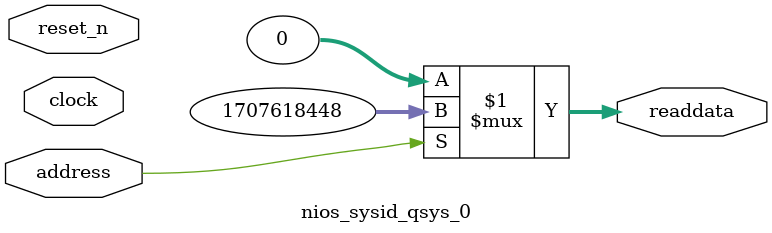
<source format=v>



// synthesis translate_off
`timescale 1ns / 1ps
// synthesis translate_on

// turn off superfluous verilog processor warnings 
// altera message_level Level1 
// altera message_off 10034 10035 10036 10037 10230 10240 10030 

module nios_sysid_qsys_0 (
               // inputs:
                address,
                clock,
                reset_n,

               // outputs:
                readdata
             )
;

  output  [ 31: 0] readdata;
  input            address;
  input            clock;
  input            reset_n;

  wire    [ 31: 0] readdata;
  //control_slave, which is an e_avalon_slave
  assign readdata = address ? 1707618448 : 0;

endmodule



</source>
